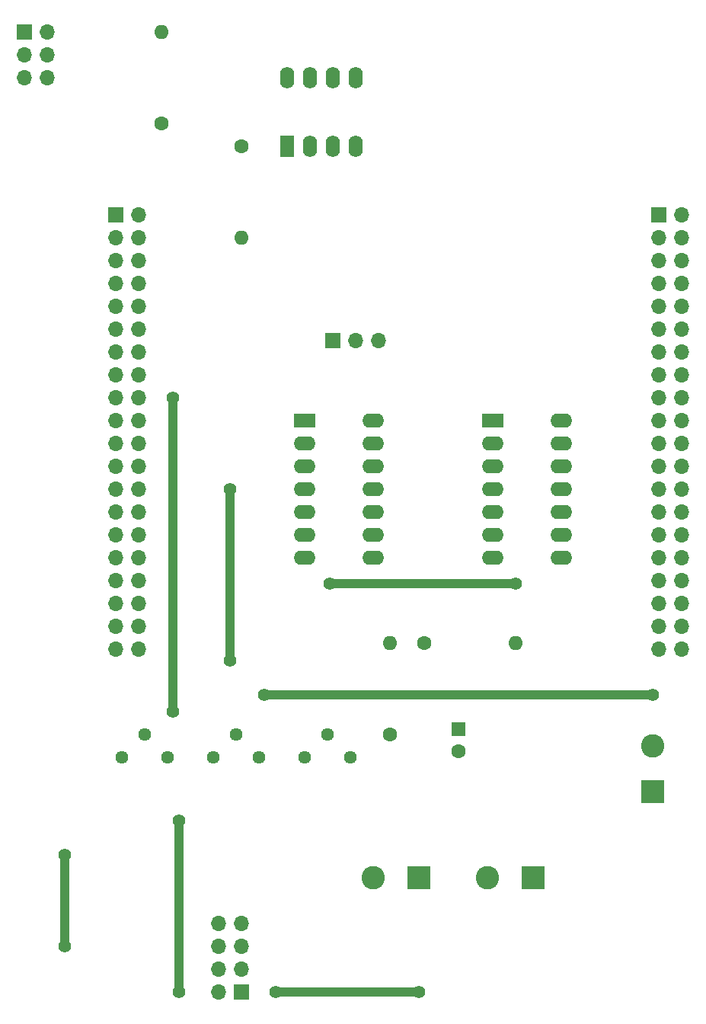
<source format=gbr>
%TF.GenerationSoftware,KiCad,Pcbnew,(5.1.6)-1*%
%TF.CreationDate,2021-10-18T16:55:43+02:00*%
%TF.ProjectId,carteDmx512,63617274-6544-46d7-9835-31322e6b6963,rev?*%
%TF.SameCoordinates,Original*%
%TF.FileFunction,Copper,L1,Top*%
%TF.FilePolarity,Positive*%
%FSLAX46Y46*%
G04 Gerber Fmt 4.6, Leading zero omitted, Abs format (unit mm)*
G04 Created by KiCad (PCBNEW (5.1.6)-1) date 2021-10-18 16:55:43*
%MOMM*%
%LPD*%
G01*
G04 APERTURE LIST*
%TA.AperFunction,ComponentPad*%
%ADD10O,2.400000X1.600000*%
%TD*%
%TA.AperFunction,ComponentPad*%
%ADD11R,2.400000X1.600000*%
%TD*%
%TA.AperFunction,ComponentPad*%
%ADD12R,1.700000X1.700000*%
%TD*%
%TA.AperFunction,ComponentPad*%
%ADD13O,1.700000X1.700000*%
%TD*%
%TA.AperFunction,ComponentPad*%
%ADD14C,1.440000*%
%TD*%
%TA.AperFunction,ComponentPad*%
%ADD15R,1.600000X2.400000*%
%TD*%
%TA.AperFunction,ComponentPad*%
%ADD16O,1.600000X2.400000*%
%TD*%
%TA.AperFunction,ComponentPad*%
%ADD17R,2.600000X2.600000*%
%TD*%
%TA.AperFunction,ComponentPad*%
%ADD18C,2.600000*%
%TD*%
%TA.AperFunction,ComponentPad*%
%ADD19O,1.600000X1.600000*%
%TD*%
%TA.AperFunction,ComponentPad*%
%ADD20C,1.600000*%
%TD*%
%TA.AperFunction,ComponentPad*%
%ADD21R,1.600000X1.600000*%
%TD*%
%TA.AperFunction,ViaPad*%
%ADD22C,1.400000*%
%TD*%
%TA.AperFunction,Conductor*%
%ADD23C,1.000000*%
%TD*%
G04 APERTURE END LIST*
D10*
%TO.P,U1,14*%
%TO.N,5V*%
X254635000Y-96520000D03*
%TO.P,U1,7*%
%TO.N,GND*%
X247015000Y-111760000D03*
%TO.P,U1,13*%
%TO.N,Net-(J2-Pad1)*%
X254635000Y-99060000D03*
%TO.P,U1,6*%
%TO.N,start*%
X247015000Y-109220000D03*
%TO.P,U1,12*%
%TO.N,Net-(J2-Pad1)*%
X254635000Y-101600000D03*
%TO.P,U1,5*%
%TO.N,out_s*%
X247015000Y-106680000D03*
%TO.P,U1,11*%
%TO.N,Net-(J2-Pad3)*%
X254635000Y-104140000D03*
%TO.P,U1,4*%
%TO.N,Net-(U1-Pad4)*%
X247015000Y-104140000D03*
%TO.P,U1,10*%
%TO.N,N/C*%
X254635000Y-106680000D03*
%TO.P,U1,3*%
X247015000Y-101600000D03*
%TO.P,U1,9*%
X254635000Y-109220000D03*
%TO.P,U1,2*%
X247015000Y-99060000D03*
%TO.P,U1,8*%
X254635000Y-111760000D03*
D11*
%TO.P,U1,1*%
X247015000Y-96520000D03*
%TD*%
D12*
%TO.P,J4,1*%
%TO.N,Net-(J4-Pad1)*%
X205105000Y-73660000D03*
D13*
%TO.P,J4,2*%
%TO.N,Net-(J4-Pad2)*%
X207645000Y-73660000D03*
%TO.P,J4,3*%
%TO.N,SCK_nrF*%
X205105000Y-76200000D03*
%TO.P,J4,4*%
%TO.N,MISO_nrF*%
X207645000Y-76200000D03*
%TO.P,J4,5*%
%TO.N,MOSI_nrF*%
X205105000Y-78740000D03*
%TO.P,J4,6*%
%TO.N,IRQ_nrF*%
X207645000Y-78740000D03*
%TO.P,J4,7*%
%TO.N,Net-(J4-Pad7)*%
X205105000Y-81280000D03*
%TO.P,J4,8*%
%TO.N,Net-(J4-Pad8)*%
X207645000Y-81280000D03*
%TO.P,J4,9*%
%TO.N,Net-(J4-Pad9)*%
X205105000Y-83820000D03*
%TO.P,J4,10*%
%TO.N,Net-(J4-Pad10)*%
X207645000Y-83820000D03*
%TO.P,J4,11*%
%TO.N,Net-(J4-Pad11)*%
X205105000Y-86360000D03*
%TO.P,J4,12*%
%TO.N,Net-(J4-Pad12)*%
X207645000Y-86360000D03*
%TO.P,J4,13*%
%TO.N,Net-(J4-Pad13)*%
X205105000Y-88900000D03*
%TO.P,J4,14*%
%TO.N,Net-(J4-Pad14)*%
X207645000Y-88900000D03*
%TO.P,J4,15*%
%TO.N,Net-(J4-Pad15)*%
X205105000Y-91440000D03*
%TO.P,J4,16*%
%TO.N,Net-(J4-Pad16)*%
X207645000Y-91440000D03*
%TO.P,J4,17*%
%TO.N,Net-(J4-Pad17)*%
X205105000Y-93980000D03*
%TO.P,J4,18*%
%TO.N,3.3V*%
X207645000Y-93980000D03*
%TO.P,J4,19*%
%TO.N,Net-(J4-Pad19)*%
X205105000Y-96520000D03*
%TO.P,J4,20*%
%TO.N,5V*%
X207645000Y-96520000D03*
%TO.P,J4,21*%
%TO.N,Net-(J4-Pad21)*%
X205105000Y-99060000D03*
%TO.P,J4,22*%
%TO.N,Net-(J4-Pad22)*%
X207645000Y-99060000D03*
%TO.P,J4,23*%
%TO.N,Net-(J4-Pad23)*%
X205105000Y-101600000D03*
%TO.P,J4,24*%
%TO.N,Net-(J4-Pad24)*%
X207645000Y-101600000D03*
%TO.P,J4,25*%
%TO.N,Net-(J4-Pad25)*%
X205105000Y-104140000D03*
%TO.P,J4,26*%
%TO.N,Vinput*%
X207645000Y-104140000D03*
%TO.P,J4,27*%
%TO.N,Net-(J4-Pad27)*%
X205105000Y-106680000D03*
%TO.P,J4,28*%
%TO.N,Net-(J4-Pad28)*%
X207645000Y-106680000D03*
%TO.P,J4,29*%
%TO.N,Net-(J4-Pad29)*%
X205105000Y-109220000D03*
%TO.P,J4,30*%
%TO.N,TX*%
X207645000Y-109220000D03*
%TO.P,J4,31*%
%TO.N,CE_nrF*%
X205105000Y-111760000D03*
%TO.P,J4,32*%
%TO.N,Net-(J4-Pad32)*%
X207645000Y-111760000D03*
%TO.P,J4,33*%
%TO.N,CSN_nrF*%
X205105000Y-114300000D03*
%TO.P,J4,34*%
%TO.N,Net-(J4-Pad34)*%
X207645000Y-114300000D03*
%TO.P,J4,35*%
%TO.N,Net-(J4-Pad35)*%
X205105000Y-116840000D03*
%TO.P,J4,36*%
%TO.N,PitchIn*%
X207645000Y-116840000D03*
%TO.P,J4,37*%
%TO.N,AnInG*%
X205105000Y-119380000D03*
%TO.P,J4,38*%
%TO.N,VolumeIn_Adapt*%
X207645000Y-119380000D03*
%TO.P,J4,39*%
%TO.N,AnInB*%
X205105000Y-121920000D03*
%TO.P,J4,40*%
%TO.N,AnInR*%
X207645000Y-121920000D03*
%TD*%
%TO.P,J5,40*%
%TO.N,Net-(J5-Pad40)*%
X267970000Y-121920000D03*
%TO.P,J5,39*%
%TO.N,Net-(J5-Pad39)*%
X265430000Y-121920000D03*
%TO.P,J5,38*%
%TO.N,Net-(J5-Pad38)*%
X267970000Y-119380000D03*
%TO.P,J5,37*%
%TO.N,Net-(J5-Pad37)*%
X265430000Y-119380000D03*
%TO.P,J5,36*%
%TO.N,Net-(J5-Pad36)*%
X267970000Y-116840000D03*
%TO.P,J5,35*%
%TO.N,Net-(J5-Pad35)*%
X265430000Y-116840000D03*
%TO.P,J5,34*%
%TO.N,Net-(J5-Pad34)*%
X267970000Y-114300000D03*
%TO.P,J5,33*%
%TO.N,Net-(J5-Pad33)*%
X265430000Y-114300000D03*
%TO.P,J5,32*%
%TO.N,Net-(J5-Pad32)*%
X267970000Y-111760000D03*
%TO.P,J5,31*%
%TO.N,start*%
X265430000Y-111760000D03*
%TO.P,J5,30*%
%TO.N,Net-(J5-Pad30)*%
X267970000Y-109220000D03*
%TO.P,J5,29*%
%TO.N,out_s*%
X265430000Y-109220000D03*
%TO.P,J5,28*%
%TO.N,Net-(J5-Pad28)*%
X267970000Y-106680000D03*
%TO.P,J5,27*%
%TO.N,enable*%
X265430000Y-106680000D03*
%TO.P,J5,26*%
%TO.N,Net-(J5-Pad26)*%
X267970000Y-104140000D03*
%TO.P,J5,25*%
%TO.N,Net-(J5-Pad25)*%
X265430000Y-104140000D03*
%TO.P,J5,24*%
%TO.N,Net-(J5-Pad24)*%
X267970000Y-101600000D03*
%TO.P,J5,23*%
%TO.N,Net-(J5-Pad23)*%
X265430000Y-101600000D03*
%TO.P,J5,22*%
%TO.N,GND*%
X267970000Y-99060000D03*
%TO.P,J5,21*%
%TO.N,Net-(J5-Pad21)*%
X265430000Y-99060000D03*
%TO.P,J5,20*%
%TO.N,Net-(J5-Pad20)*%
X267970000Y-96520000D03*
%TO.P,J5,19*%
%TO.N,Net-(J5-Pad19)*%
X265430000Y-96520000D03*
%TO.P,J5,18*%
%TO.N,Net-(J5-Pad18)*%
X267970000Y-93980000D03*
%TO.P,J5,17*%
%TO.N,Net-(J5-Pad17)*%
X265430000Y-93980000D03*
%TO.P,J5,16*%
%TO.N,Net-(J5-Pad16)*%
X267970000Y-91440000D03*
%TO.P,J5,15*%
%TO.N,Net-(J5-Pad15)*%
X265430000Y-91440000D03*
%TO.P,J5,14*%
%TO.N,Net-(J5-Pad14)*%
X267970000Y-88900000D03*
%TO.P,J5,13*%
%TO.N,Net-(J5-Pad13)*%
X265430000Y-88900000D03*
%TO.P,J5,12*%
%TO.N,Net-(J5-Pad12)*%
X267970000Y-86360000D03*
%TO.P,J5,11*%
%TO.N,GND*%
X265430000Y-86360000D03*
%TO.P,J5,10*%
%TO.N,Net-(J5-Pad10)*%
X267970000Y-83820000D03*
%TO.P,J5,9*%
%TO.N,Net-(J5-Pad9)*%
X265430000Y-83820000D03*
%TO.P,J5,8*%
%TO.N,Net-(J5-Pad8)*%
X267970000Y-81280000D03*
%TO.P,J5,7*%
%TO.N,Net-(J5-Pad7)*%
X265430000Y-81280000D03*
%TO.P,J5,6*%
%TO.N,Net-(J5-Pad6)*%
X267970000Y-78740000D03*
%TO.P,J5,5*%
%TO.N,Net-(J5-Pad5)*%
X265430000Y-78740000D03*
%TO.P,J5,4*%
%TO.N,Net-(J5-Pad4)*%
X267970000Y-76200000D03*
%TO.P,J5,3*%
%TO.N,Net-(J5-Pad3)*%
X265430000Y-76200000D03*
%TO.P,J5,2*%
%TO.N,Net-(J5-Pad2)*%
X267970000Y-73660000D03*
D12*
%TO.P,J5,1*%
%TO.N,Net-(J5-Pad1)*%
X265430000Y-73660000D03*
%TD*%
%TO.P,J3,1*%
%TO.N,Net-(J3-Pad1)*%
X194945000Y-53340000D03*
D13*
%TO.P,J3,2*%
X197485000Y-53340000D03*
%TO.P,J3,3*%
%TO.N,Net-(J3-Pad3)*%
X194945000Y-55880000D03*
%TO.P,J3,4*%
X197485000Y-55880000D03*
%TO.P,J3,5*%
%TO.N,GND*%
X194945000Y-58420000D03*
%TO.P,J3,6*%
X197485000Y-58420000D03*
%TD*%
D14*
%TO.P,RV1,1*%
%TO.N,3.3V*%
X231140000Y-133985000D03*
%TO.P,RV1,2*%
%TO.N,AnInR*%
X228600000Y-131445000D03*
%TO.P,RV1,3*%
%TO.N,GND*%
X226060000Y-133985000D03*
%TD*%
%TO.P,RV2,3*%
%TO.N,GND*%
X205740000Y-133985000D03*
%TO.P,RV2,2*%
%TO.N,AnInG*%
X208280000Y-131445000D03*
%TO.P,RV2,1*%
%TO.N,3.3V*%
X210820000Y-133985000D03*
%TD*%
%TO.P,RV3,3*%
%TO.N,GND*%
X215900000Y-133985000D03*
%TO.P,RV3,2*%
%TO.N,AnInB*%
X218440000Y-131445000D03*
%TO.P,RV3,1*%
%TO.N,3.3V*%
X220980000Y-133985000D03*
%TD*%
D15*
%TO.P,U3,1*%
%TO.N,Net-(R2-Pad1)*%
X224155000Y-66040000D03*
D16*
%TO.P,U3,5*%
%TO.N,GND*%
X231775000Y-58420000D03*
%TO.P,U3,2*%
%TO.N,5V*%
X226695000Y-66040000D03*
%TO.P,U3,6*%
%TO.N,Net-(J3-Pad1)*%
X229235000Y-58420000D03*
%TO.P,U3,3*%
%TO.N,enable*%
X229235000Y-66040000D03*
%TO.P,U3,7*%
%TO.N,Net-(J3-Pad3)*%
X226695000Y-58420000D03*
%TO.P,U3,4*%
%TO.N,DMX_TX*%
X231775000Y-66040000D03*
%TO.P,U3,8*%
%TO.N,5V*%
X224155000Y-58420000D03*
%TD*%
D17*
%TO.P,J6,1*%
%TO.N,GND*%
X264795000Y-137795000D03*
D18*
%TO.P,J6,2*%
%TO.N,Vinput*%
X264795000Y-132715000D03*
%TD*%
D12*
%TO.P,J2,1*%
%TO.N,Net-(J2-Pad1)*%
X229235000Y-87630000D03*
D13*
%TO.P,J2,2*%
%TO.N,DMX_TX*%
X231775000Y-87630000D03*
%TO.P,J2,3*%
%TO.N,Net-(J2-Pad3)*%
X234315000Y-87630000D03*
%TD*%
D11*
%TO.P,U2,1*%
%TO.N,TX*%
X226060000Y-96520000D03*
D10*
%TO.P,U2,8*%
%TO.N,Net-(U1-Pad4)*%
X233680000Y-111760000D03*
%TO.P,U2,2*%
%TO.N,notstart*%
X226060000Y-99060000D03*
%TO.P,U2,9*%
%TO.N,Net-(U2-Pad11)*%
X233680000Y-109220000D03*
%TO.P,U2,3*%
%TO.N,Net-(U2-Pad12)*%
X226060000Y-101600000D03*
%TO.P,U2,10*%
%TO.N,Net-(J2-Pad1)*%
X233680000Y-106680000D03*
%TO.P,U2,4*%
%TO.N,notstart*%
X226060000Y-104140000D03*
%TO.P,U2,11*%
%TO.N,Net-(U2-Pad11)*%
X233680000Y-104140000D03*
%TO.P,U2,5*%
%TO.N,start*%
X226060000Y-106680000D03*
%TO.P,U2,12*%
%TO.N,Net-(U2-Pad12)*%
X233680000Y-101600000D03*
%TO.P,U2,6*%
%TO.N,start*%
X226060000Y-109220000D03*
%TO.P,U2,13*%
%TO.N,Net-(U2-Pad12)*%
X233680000Y-99060000D03*
%TO.P,U2,7*%
%TO.N,GND*%
X226060000Y-111760000D03*
%TO.P,U2,14*%
%TO.N,5V*%
X233680000Y-96520000D03*
%TD*%
D17*
%TO.P,J7,1*%
%TO.N,GND*%
X238760000Y-147320000D03*
D18*
%TO.P,J7,2*%
%TO.N,VolumeIn*%
X233680000Y-147320000D03*
%TD*%
D19*
%TO.P,R3,2*%
%TO.N,VolumeIn_Adapt*%
X235585000Y-121285000D03*
D20*
%TO.P,R3,1*%
%TO.N,3.3V*%
X235585000Y-131445000D03*
%TD*%
%TO.P,R4,1*%
%TO.N,VolumeIn_Adapt*%
X239395000Y-121285000D03*
D19*
%TO.P,R4,2*%
%TO.N,GND*%
X249555000Y-121285000D03*
%TD*%
D17*
%TO.P,J1,1*%
%TO.N,GND*%
X251460000Y-147320000D03*
D18*
%TO.P,J1,2*%
%TO.N,PitchIn*%
X246380000Y-147320000D03*
%TD*%
D12*
%TO.P,J8,1*%
%TO.N,GND*%
X219075000Y-160020000D03*
D13*
%TO.P,J8,2*%
%TO.N,3.3V*%
X216535000Y-160020000D03*
%TO.P,J8,3*%
%TO.N,CE_nrF*%
X219075000Y-157480000D03*
%TO.P,J8,4*%
%TO.N,CSN_nrF*%
X216535000Y-157480000D03*
%TO.P,J8,5*%
%TO.N,SCK_nrF*%
X219075000Y-154940000D03*
%TO.P,J8,6*%
%TO.N,MOSI_nrF*%
X216535000Y-154940000D03*
%TO.P,J8,7*%
%TO.N,MISO_nrF*%
X219075000Y-152400000D03*
%TO.P,J8,8*%
%TO.N,IRQ_nrF*%
X216535000Y-152400000D03*
%TD*%
D21*
%TO.P,C1,1*%
%TO.N,VolumeIn_Adapt*%
X243205000Y-130810000D03*
D20*
%TO.P,C1,2*%
%TO.N,VolumeIn*%
X243205000Y-133310000D03*
%TD*%
D19*
%TO.P,R1,2*%
%TO.N,Net-(J3-Pad1)*%
X210185000Y-53340000D03*
D20*
%TO.P,R1,1*%
%TO.N,Net-(J3-Pad3)*%
X210185000Y-63500000D03*
%TD*%
%TO.P,R2,1*%
%TO.N,Net-(R2-Pad1)*%
X219075000Y-66040000D03*
D19*
%TO.P,R2,2*%
%TO.N,GND*%
X219075000Y-76200000D03*
%TD*%
D22*
%TO.N,start*%
X228917500Y-114617502D03*
X249555000Y-114617501D03*
%TO.N,GND*%
X222885000Y-160020000D03*
X238760000Y-160020000D03*
%TO.N,3.3V*%
X212090000Y-160020000D03*
X211455000Y-93980000D03*
X211455000Y-128905000D03*
X212090000Y-140970000D03*
%TO.N,Vinput*%
X217805000Y-104140000D03*
X264794994Y-127000000D03*
X217805000Y-123190000D03*
X221615000Y-127000004D03*
%TO.N,MOSI_nrF*%
X199390000Y-144780000D03*
X199390000Y-154940000D03*
%TD*%
D23*
%TO.N,start*%
X228917500Y-114617502D02*
X229907450Y-114617501D01*
X229907450Y-114617501D02*
X249555000Y-114617501D01*
%TO.N,GND*%
X222885000Y-160020000D02*
X238760000Y-160020000D01*
%TO.N,3.3V*%
X211455000Y-93980000D02*
X211455000Y-128905000D01*
X212090000Y-160020000D02*
X212090000Y-140970000D01*
%TO.N,Vinput*%
X217805000Y-104140000D02*
X217805000Y-123190000D01*
X264794994Y-127000000D02*
X221615004Y-127000000D01*
X221615004Y-127000000D02*
X221615000Y-127000004D01*
%TO.N,MOSI_nrF*%
X199390000Y-154940000D02*
X199390000Y-144780000D01*
%TD*%
M02*

</source>
